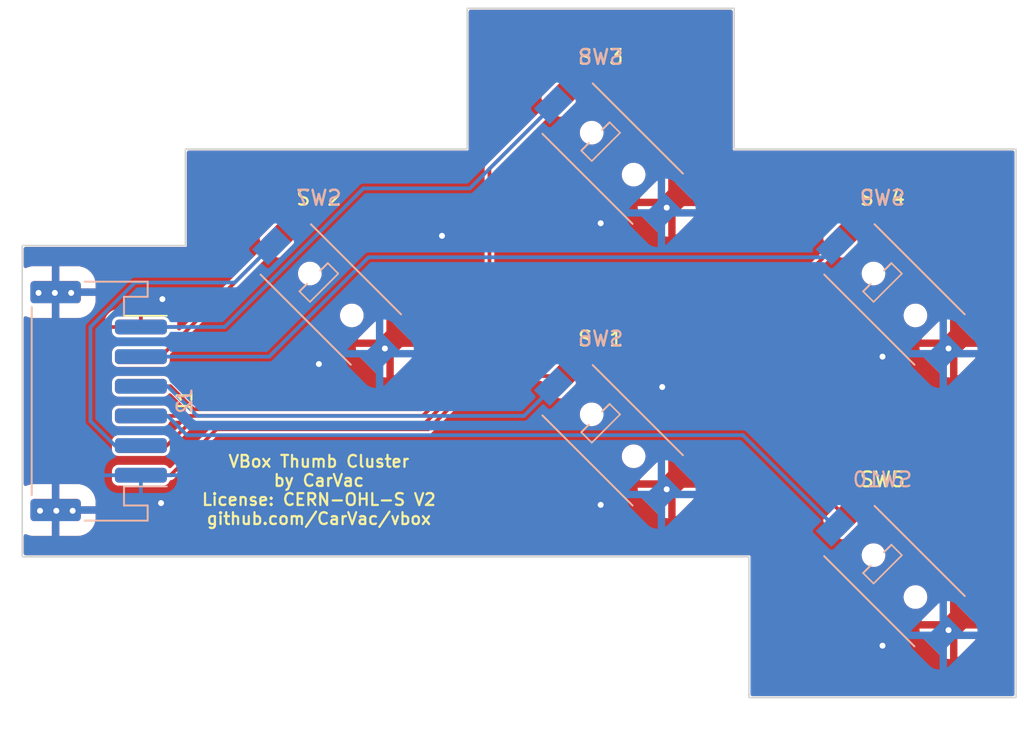
<source format=kicad_pcb>
(kicad_pcb (version 20221018) (generator pcbnew)
  (layers (0 "F.Cu" signal) (31 "B.Cu" signal) (34 "B.Paste" user) (35 "F.Paste" user) (36 "B.SilkS" user "B.Silkscreen") (37 "F.SilkS" user "F.Silkscreen") (38 "B.Mask" user) (39 "F.Mask" user) (44 "Edge.Cuts" user))
  (net 0 "")
  (net 1 "GND")
  (net 2 "M3")
  (net 3 "M4")
  (net 4 "M5")
  (net 5 "M1")
  (net 6 "M2")
  (net 7 "C_UP")
  (net 8 "C_LT")
  (net 9 "A")
  (net 10 "C_DN")
  (net 11 "C_RT")
  (footprint "Buttons:Vbox" (layer "F.Cu") (at 100 100)
    (fp_text reference "SW2" (at 0 -5.71 unlocked) (layer "F.SilkS"))
    (fp_text value "SW_Push_45deg")
    (fp_line (start -1.308148 0.601041) (end -0.8 0.092893) (stroke (width 0.12)) (layer "F.SilkS"))
    (fp_line (start -0.601041 1.308148) (end -1.308148 0.601041) (stroke (width 0.1)) (layer "F.SilkS"))
    (fp_line (start -0.5374 -3.931513) (end 5.543718 2.149605) (stroke (width 0.12)) (layer "F.SilkS"))
    (fp_line (start 0.601041 -1.308148) (end 0.092893 -0.8) (stroke (width 0.12)) (layer "F.SilkS"))
    (fp_line (start 0.601041 -1.308148) (end 1.308148 -0.601041) (stroke (width 0.1)) (layer "F.SilkS"))
    (fp_line (start 1.308148 -0.601041) (end -0.601041 1.308148) (stroke (width 0.1)) (layer "F.SilkS"))
    (fp_line (start 2.149606 5.543717) (end -3.931512 -0.537401) (stroke (width 0.12)) (layer "F.SilkS"))
    (pad "" np_thru_hole circle (at -0.608111 -0.608112 45) (size 1 1) (drill 1.1) (layers "F&B.Cu" "*.Mask"))
    (pad "" np_thru_hole circle (at 2.220317 2.220316 45) (size 1 1) (drill 1.1) (layers "F&B.Cu" "*.Mask"))
    (pad "1" smd rect (at -2.481944 -3.189051 45) (size 2.2 1.5) (layers "F.Cu" "F.Paste" "F.Mask") (net 4 "M5"))
    (pad "2" smd rect (at 4.801256 4.094149 45) (size 2.2 1.5) (layers "F.Cu" "F.Paste" "F.Mask") (net 1 "GND") (thermal_gap 1))
  )
  (footprint "Buttons:Vbox" (layer "F.Cu") (at 138 100)
    (fp_text reference "SW4" (at 0 -5.71 unlocked) (layer "F.SilkS"))
    (fp_text value "SW_Push_45deg")
    (fp_line (start -1.308148 0.601041) (end -0.8 0.092893) (stroke (width 0.12)) (layer "F.SilkS"))
    (fp_line (start -0.601041 1.308148) (end -1.308148 0.601041) (stroke (width 0.1)) (layer "F.SilkS"))
    (fp_line (start -0.5374 -3.931513) (end 5.543718 2.149605) (stroke (width 0.12)) (layer "F.SilkS"))
    (fp_line (start 0.601041 -1.308148) (end 0.092893 -0.8) (stroke (width 0.12)) (layer "F.SilkS"))
    (fp_line (start 0.601041 -1.308148) (end 1.308148 -0.601041) (stroke (width 0.1)) (layer "F.SilkS"))
    (fp_line (start 1.308148 -0.601041) (end -0.601041 1.308148) (stroke (width 0.1)) (layer "F.SilkS"))
    (fp_line (start 2.149606 5.543717) (end -3.931512 -0.537401) (stroke (width 0.12)) (layer "F.SilkS"))
    (pad "" np_thru_hole circle (at -0.608111 -0.608112 45) (size 1 1) (drill 1.1) (layers "F&B.Cu" "*.Mask"))
    (pad "" np_thru_hole circle (at 2.220317 2.220316 45) (size 1 1) (drill 1.1) (layers "F&B.Cu" "*.Mask"))
    (pad "1" smd rect (at -2.481944 -3.189051 45) (size 2.2 1.5) (layers "F.Cu" "F.Paste" "F.Mask") (net 2 "M3"))
    (pad "2" smd rect (at 4.801256 4.094149 45) (size 2.2 1.5) (layers "F.Cu" "F.Paste" "F.Mask") (net 1 "GND") (thermal_gap 1))
  )
  (footprint "Buttons:Vbox" (layer "F.Cu") (at 119 109.5)
    (fp_text reference "SW1" (at 0 -5.71 unlocked) (layer "F.SilkS"))
    (fp_text value "SW_Push_45deg")
    (fp_line (start -1.308148 0.601041) (end -0.8 0.092893) (stroke (width 0.12)) (layer "F.SilkS"))
    (fp_line (start -0.601041 1.308148) (end -1.308148 0.601041) (stroke (width 0.1)) (layer "F.SilkS"))
    (fp_line (start -0.5374 -3.931513) (end 5.543718 2.149605) (stroke (width 0.12)) (layer "F.SilkS"))
    (fp_line (start 0.601041 -1.308148) (end 0.092893 -0.8) (stroke (width 0.12)) (layer "F.SilkS"))
    (fp_line (start 0.601041 -1.308148) (end 1.308148 -0.601041) (stroke (width 0.1)) (layer "F.SilkS"))
    (fp_line (start 1.308148 -0.601041) (end -0.601041 1.308148) (stroke (width 0.1)) (layer "F.SilkS"))
    (fp_line (start 2.149606 5.543717) (end -3.931512 -0.537401) (stroke (width 0.12)) (layer "F.SilkS"))
    (pad "" np_thru_hole circle (at -0.608111 -0.608112 45) (size 1 1) (drill 1.1) (layers "F&B.Cu" "*.Mask"))
    (pad "" np_thru_hole circle (at 2.220317 2.220316 45) (size 1 1) (drill 1.1) (layers "F&B.Cu" "*.Mask"))
    (pad "1" smd rect (at -2.481944 -3.189051 45) (size 2.2 1.5) (layers "F.Cu" "F.Paste" "F.Mask") (net 5 "M1"))
    (pad "2" smd rect (at 4.801256 4.094149 45) (size 2.2 1.5) (layers "F.Cu" "F.Paste" "F.Mask") (net 1 "GND") (thermal_gap 1))
  )
  (footprint "Buttons:Vbox" (layer "F.Cu") (at 119 90.5)
    (fp_text reference "SW3" (at 0 -5.71 unlocked) (layer "F.SilkS"))
    (fp_text value "SW_Push_45deg")
    (fp_line (start -1.308148 0.601041) (end -0.8 0.092893) (stroke (width 0.12)) (layer "F.SilkS"))
    (fp_line (start -0.601041 1.308148) (end -1.308148 0.601041) (stroke (width 0.1)) (layer "F.SilkS"))
    (fp_line (start -0.5374 -3.931513) (end 5.543718 2.149605) (stroke (width 0.12)) (layer "F.SilkS"))
    (fp_line (start 0.601041 -1.308148) (end 0.092893 -0.8) (stroke (width 0.12)) (layer "F.SilkS"))
    (fp_line (start 0.601041 -1.308148) (end 1.308148 -0.601041) (stroke (width 0.1)) (layer "F.SilkS"))
    (fp_line (start 1.308148 -0.601041) (end -0.601041 1.308148) (stroke (width 0.1)) (layer "F.SilkS"))
    (fp_line (start 2.149606 5.543717) (end -3.931512 -0.537401) (stroke (width 0.12)) (layer "F.SilkS"))
    (pad "" np_thru_hole circle (at -0.608111 -0.608112 45) (size 1 1) (drill 1.1) (layers "F&B.Cu" "*.Mask"))
    (pad "" np_thru_hole circle (at 2.220317 2.220316 45) (size 1 1) (drill 1.1) (layers "F&B.Cu" "*.Mask"))
    (pad "1" smd rect (at -2.481944 -3.189051 45) (size 2.2 1.5) (layers "F.Cu" "F.Paste" "F.Mask") (net 3 "M4"))
    (pad "2" smd rect (at 4.801256 4.094149 45) (size 2.2 1.5) (layers "F.Cu" "F.Paste" "F.Mask") (net 1 "GND") (thermal_gap 1))
  )
  (footprint "Buttons:Vbox" (layer "F.Cu") (at 138 119)
    (fp_text reference "SW5" (at 0 -5.71 unlocked) (layer "F.SilkS"))
    (fp_text value "SW_Push_45deg")
    (fp_line (start -1.308148 0.601041) (end -0.8 0.092893) (stroke (width 0.12)) (layer "F.SilkS"))
    (fp_line (start -0.601041 1.308148) (end -1.308148 0.601041) (stroke (width 0.1)) (layer "F.SilkS"))
    (fp_line (start -0.5374 -3.931513) (end 5.543718 2.149605) (stroke (width 0.12)) (layer "F.SilkS"))
    (fp_line (start 0.601041 -1.308148) (end 0.092893 -0.8) (stroke (width 0.12)) (layer "F.SilkS"))
    (fp_line (start 0.601041 -1.308148) (end 1.308148 -0.601041) (stroke (width 0.1)) (layer "F.SilkS"))
    (fp_line (start 1.308148 -0.601041) (end -0.601041 1.308148) (stroke (width 0.1)) (layer "F.SilkS"))
    (fp_line (start 2.149606 5.543717) (end -3.931512 -0.537401) (stroke (width 0.12)) (layer "F.SilkS"))
    (pad "" np_thru_hole circle (at -0.608111 -0.608112 45) (size 1 1) (drill 1.1) (layers "F&B.Cu" "*.Mask"))
    (pad "" np_thru_hole circle (at 2.220317 2.220316 45) (size 1 1) (drill 1.1) (layers "F&B.Cu" "*.Mask"))
    (pad "1" smd rect (at -2.481944 -3.189051 45) (size 2.2 1.5) (layers "F.Cu" "F.Paste" "F.Mask") (net 6 "M2"))
    (pad "2" smd rect (at 4.801256 4.094149 45) (size 2.2 1.5) (layers "F.Cu" "F.Paste" "F.Mask") (net 1 "GND") (thermal_gap 1))
  )
  (footprint "Connector_JST:JST_PH_S6B-PH-SM4-TB_1x06-1MP_P2.00mm_Horizontal" (layer "F.Cu") (at 85.15 108 -90)
    (fp_text reference "J1" (at 0 -5.8 90) (layer "F.SilkS"))
    (fp_text value "Conn_01x06")
    (fp_line (start -8.06 -3.31) (end -7.04 -3.31) (stroke (width 0.12)) (layer "F.SilkS"))
    (fp_line (start -8.06 0.94) (end -8.06 -3.31) (stroke (width 0.12)) (layer "F.SilkS"))
    (fp_line (start -7.04 -3.31) (end -7.04 -1.71) (stroke (width 0.12)) (layer "F.SilkS"))
    (fp_line (start -7.04 -1.71) (end -5.76 -1.71) (stroke (width 0.12)) (layer "F.SilkS"))
    (fp_line (start -6.34 4.51) (end 6.34 4.51) (stroke (width 0.12)) (layer "F.SilkS"))
    (fp_line (start -5.76 -1.71) (end -5.76 -4.6) (stroke (width 0.12)) (layer "F.SilkS"))
    (fp_line (start 7.04 -3.31) (end 7.04 -1.71) (stroke (width 0.12)) (layer "F.SilkS"))
    (fp_line (start 7.04 -1.71) (end 5.76 -1.71) (stroke (width 0.12)) (layer "F.SilkS"))
    (fp_line (start 8.06 -3.31) (end 7.04 -3.31) (stroke (width 0.12)) (layer "F.SilkS"))
    (fp_line (start 8.06 0.94) (end 8.06 -3.31) (stroke (width 0.12)) (layer "F.SilkS"))
    (pad "1" smd roundrect (at -5 -2.85 270) (size 1 3.5) (layers "F.Cu" "F.Paste" "F.Mask") (net 1 "GND") (thermal_bridge_width 0.2) (thermal_gap 0.7))
    (pad "2" smd roundrect (at -3 -2.85 270) (size 1 3.5) (layers "F.Cu" "F.Paste" "F.Mask") (net 4 "M5"))
    (pad "3" smd roundrect (at -1 -2.85 270) (size 1 3.5) (layers "F.Cu" "F.Paste" "F.Mask") (net 3 "M4"))
    (pad "4" smd roundrect (at 1 -2.85 270) (size 1 3.5) (layers "F.Cu" "F.Paste" "F.Mask") (net 2 "M3"))
    (pad "5" smd roundrect (at 3 -2.85 270) (size 1 3.5) (layers "F.Cu" "F.Paste" "F.Mask") (net 6 "M2"))
    (pad "6" smd roundrect (at 5 -2.85 270) (size 1 3.5) (layers "F.Cu" "F.Paste" "F.Mask") (net 5 "M1"))
    (pad "MP" smd roundrect (at -7.35 2.9 270) (size 1.5 3.4) (layers "F.Cu" "F.Paste" "F.Mask") (roundrect_rratio 0.166667) (net 1 "GND") (thermal_gap 1))
    (pad "MP" smd roundrect (at 7.35 2.9 270) (size 1.5 3.4) (layers "F.Cu" "F.Paste" "F.Mask") (roundrect_rratio 0.166667) (net 1 "GND") (thermal_gap 1))
  )
  (footprint "Buttons:Vbox_1" (layer "B.Cu") (at 138 100 180)
    (fp_text reference "SW9" (at 0 5.71 unlocked) (layer "B.SilkS") (effects (justify mirror)))
    (fp_text value "SW_Push_45deg")
    (fp_line (start -5.543717 -2.149606) (end 0.537401 3.931512) (stroke (width 0.12)) (layer "B.SilkS"))
    (fp_line (start -1.308148 0.601041) (end -0.601041 1.308148) (stroke (width 0.1)) (layer "B.SilkS"))
    (fp_line (start -0.601041 1.308148) (end -0.1 0.807107) (stroke (width 0.12)) (layer "B.SilkS"))
    (fp_line (start 0.601041 -1.308148) (end -1.308148 0.601041) (stroke (width 0.1)) (layer "B.SilkS"))
    (fp_line (start 1.308148 -0.601041) (end 0.601041 -1.308148) (stroke (width 0.1)) (layer "B.SilkS"))
    (fp_line (start 1.308148 -0.601041) (end 0.8 -0.092893) (stroke (width 0.12)) (layer "B.SilkS"))
    (fp_line (start 3.931513 0.5374) (end -2.149605 -5.543718) (stroke (width 0.12)) (layer "B.SilkS"))
    (pad "1" smd rect (at 3.189051 2.481944 225) (size 2.2 1.5) (layers "B.Cu" "B.Paste" "B.Mask") (net 8 "C_LT"))
    (pad "2" smd rect (at -4.094149 -4.801256 225) (size 2.2 1.5) (layers "B.Cu" "B.Paste" "B.Mask") (net 1 "GND") (thermal_gap 1))
  )
  (footprint "Buttons:Vbox_1" (layer "B.Cu") (at 100 100 180)
    (fp_text reference "SW7" (at 0 5.71 unlocked) (layer "B.SilkS") (effects (justify mirror)))
    (fp_text value "SW_Push_45deg")
    (fp_line (start -5.543717 -2.149606) (end 0.537401 3.931512) (stroke (width 0.12)) (layer "B.SilkS"))
    (fp_line (start -1.308148 0.601041) (end -0.601041 1.308148) (stroke (width 0.1)) (layer "B.SilkS"))
    (fp_line (start -0.601041 1.308148) (end -0.1 0.807107) (stroke (width 0.12)) (layer "B.SilkS"))
    (fp_line (start 0.601041 -1.308148) (end -1.308148 0.601041) (stroke (width 0.1)) (layer "B.SilkS"))
    (fp_line (start 1.308148 -0.601041) (end 0.601041 -1.308148) (stroke (width 0.1)) (layer "B.SilkS"))
    (fp_line (start 1.308148 -0.601041) (end 0.8 -0.092893) (stroke (width 0.12)) (layer "B.SilkS"))
    (fp_line (start 3.931513 0.5374) (end -2.149605 -5.543718) (stroke (width 0.12)) (layer "B.SilkS"))
    (pad "1" smd rect (at 3.189051 2.481944 225) (size 2.2 1.5) (layers "B.Cu" "B.Paste" "B.Mask") (net 11 "C_RT"))
    (pad "2" smd rect (at -4.094149 -4.801256 225) (size 2.2 1.5) (layers "B.Cu" "B.Paste" "B.Mask") (net 1 "GND") (thermal_gap 1))
  )
  (footprint "Buttons:Vbox_1" (layer "B.Cu") (at 119 109.5 180)
    (fp_text reference "SW6" (at 0 5.71 unlocked) (layer "B.SilkS") (effects (justify mirror)))
    (fp_text value "SW_Push_45deg")
    (fp_line (start -5.543717 -2.149606) (end 0.537401 3.931512) (stroke (width 0.12)) (layer "B.SilkS"))
    (fp_line (start -1.308148 0.601041) (end -0.601041 1.308148) (stroke (width 0.1)) (layer "B.SilkS"))
    (fp_line (start -0.601041 1.308148) (end -0.1 0.807107) (stroke (width 0.12)) (layer "B.SilkS"))
    (fp_line (start 0.601041 -1.308148) (end -1.308148 0.601041) (stroke (width 0.1)) (layer "B.SilkS"))
    (fp_line (start 1.308148 -0.601041) (end 0.601041 -1.308148) (stroke (width 0.1)) (layer "B.SilkS"))
    (fp_line (start 1.308148 -0.601041) (end 0.8 -0.092893) (stroke (width 0.12)) (layer "B.SilkS"))
    (fp_line (start 3.931513 0.5374) (end -2.149605 -5.543718) (stroke (width 0.12)) (layer "B.SilkS"))
    (pad "1" smd rect (at 3.189051 2.481944 225) (size 2.2 1.5) (layers "B.Cu" "B.Paste" "B.Mask") (net 9 "A"))
    (pad "2" smd rect (at -4.094149 -4.801256 225) (size 2.2 1.5) (layers "B.Cu" "B.Paste" "B.Mask") (net 1 "GND") (thermal_gap 1))
  )
  (footprint "Connector_JST:JST_PH_S6B-PH-SM4-TB_1x06-1MP_P2.00mm_Horizontal" (layer "B.Cu") (at 85.15 108 90)
    (fp_text reference "J2" (at 0 5.8 90) (layer "B.SilkS") (effects (justify mirror)))
    (fp_text value "Conn_01x06")
    (fp_line (start -8.06 -0.94) (end -8.06 3.31) (stroke (width 0.12)) (layer "B.SilkS"))
    (fp_line (start -8.06 3.31) (end -7.04 3.31) (stroke (width 0.12)) (layer "B.SilkS"))
    (fp_line (start -7.04 1.71) (end -5.76 1.71) (stroke (width 0.12)) (layer "B.SilkS"))
    (fp_line (start -7.04 3.31) (end -7.04 1.71) (stroke (width 0.12)) (layer "B.SilkS"))
    (fp_line (start -6.34 -4.51) (end 6.34 -4.51) (stroke (width 0.12)) (layer "B.SilkS"))
    (fp_line (start -5.76 1.71) (end -5.76 4.6) (stroke (width 0.12)) (layer "B.SilkS"))
    (fp_line (start 7.04 1.71) (end 5.76 1.71) (stroke (width 0.12)) (layer "B.SilkS"))
    (fp_line (start 7.04 3.31) (end 7.04 1.71) (stroke (width 0.12)) (layer "B.SilkS"))
    (fp_line (start 8.06 -0.94) (end 8.06 3.31) (stroke (width 0.12)) (layer "B.SilkS"))
    (fp_line (start 8.06 3.31) (end 7.04 3.31) (stroke (width 0.12)) (layer "B.SilkS"))
    (pad "1" smd roundrect (at -5 2.85 90) (size 1 3.5) (layers "B.Cu" "B.Paste" "B.Mask") (net 1 "GND") (thermal_bridge_width 0.2) (thermal_gap 0.7))
    (pad "2" smd roundrect (at -3 2.85 90) (size 1 3.5) (layers "B.Cu" "B.Paste" "B.Mask") (net 11 "C_RT"))
    (pad "3" smd roundrect (at -1 2.85 90) (size 1 3.5) (layers "B.Cu" "B.Paste" "B.Mask") (net 10 "C_DN"))
    (pad "4" smd roundrect (at 1 2.85 90) (size 1 3.5) (layers "B.Cu" "B.Paste" "B.Mask") (net 9 "A"))
    (pad "5" smd roundrect (at 3 2.85 90) (size 1 3.5) (layers "B.Cu" "B.Paste" "B.Mask") (net 8 "C_LT"))
    (pad "6" smd roundrect (at 5 2.85 90) (size 1 3.5) (layers "B.Cu" "B.Paste" "B.Mask") (net 7 "C_UP") (thermal_bridge_width 0.2) (thermal_gap 0.7))
    (pad "MP" smd roundrect (at -7.35 -2.9 90) (size 1.5 3.4) (layers "B.Cu" "B.Paste" "B.Mask") (roundrect_rratio 0.166667) (net 1 "GND") (thermal_gap 1))
    (pad "MP" smd roundrect (at 7.35 -2.9 90) (size 1.5 3.4) (layers "B.Cu" "B.Paste" "B.Mask") (roundrect_rratio 0.166667) (net 1 "GND") (thermal_gap 1))
  )
  (footprint "Buttons:Vbox_1" (layer "B.Cu") (at 138 119 180)
    (fp_text reference "SW10" (at 0 5.71 unlocked) (layer "B.SilkS") (effects (justify mirror)))
    (fp_text value "SW_Push_45deg")
    (fp_line (start -5.543717 -2.149606) (end 0.537401 3.931512) (stroke (width 0.12)) (layer "B.SilkS"))
    (fp_line (start -1.308148 0.601041) (end -0.601041 1.308148) (stroke (width 0.1)) (layer "B.SilkS"))
    (fp_line (start -0.601041 1.308148) (end -0.1 0.807107) (stroke (width 0.12)) (layer "B.SilkS"))
    (fp_line (start 0.601041 -1.308148) (end -1.308148 0.601041) (stroke (width 0.1)) (layer "B.SilkS"))
    (fp_line (start 1.308148 -0.601041) (end 0.601041 -1.308148) (stroke (width 0.1)) (layer "B.SilkS"))
    (fp_line (start 1.308148 -0.601041) (end 0.8 -0.092893) (stroke (width 0.12)) (layer "B.SilkS"))
    (fp_line (start 3.931513 0.5374) (end -2.149605 -5.543718) (stroke (width 0.12)) (layer "B.SilkS"))
    (pad "1" smd rect (at 3.189051 2.481944 225) (size 2.2 1.5) (layers "B.Cu" "B.Paste" "B.Mask") (net 10 "C_DN"))
    (pad "2" smd rect (at -4.094149 -4.801256 225) (size 2.2 1.5) (layers "B.Cu" "B.Paste" "B.Mask") (net 1 "GND") (thermal_gap 1))
  )
  (footprint "Buttons:Vbox_1" (layer "B.Cu") (at 119 90.5 180)
    (fp_text reference "SW8" (at 0 5.71 unlocked) (layer "B.SilkS") (effects (justify mirror)))
    (fp_text value "SW_Push_45deg")
    (fp_line (start -5.543717 -2.149606) (end 0.537401 3.931512) (stroke (width 0.12)) (layer "B.SilkS"))
    (fp_line (start -1.308148 0.601041) (end -0.601041 1.308148) (stroke (width 0.1)) (layer "B.SilkS"))
    (fp_line (start -0.601041 1.308148) (end -0.1 0.807107) (stroke (width 0.12)) (layer "B.SilkS"))
    (fp_line (start 0.601041 -1.308148) (end -1.308148 0.601041) (stroke (width 0.1)) (layer "B.SilkS"))
    (fp_line (start 1.308148 -0.601041) (end 0.601041 -1.308148) (stroke (width 0.1)) (layer "B.SilkS"))
    (fp_line (start 1.308148 -0.601041) (end 0.8 -0.092893) (stroke (width 0.12)) (layer "B.SilkS"))
    (fp_line (start 3.931513 0.5374) (end -2.149605 -5.543718) (stroke (width 0.12)) (layer "B.SilkS"))
    (pad "1" smd rect (at 3.189051 2.481944 225) (size 2.2 1.5) (layers "B.Cu" "B.Paste" "B.Mask") (net 7 "C_UP"))
    (pad "2" smd rect (at -4.094149 -4.801256 225) (size 2.2 1.5) (layers "B.Cu" "B.Paste" "B.Mask") (net 1 "GND") (thermal_gap 1))
  )
  (gr_poly (pts (xy 80 118.5) (xy 110 118.5) (xy 129 118.5) (xy 129 128) (xy 147 128) (xy 147 91) (xy 128 91) (xy 128 81.5) (xy 110 81.5) (xy 110 91) (xy 91 91) (xy 91 97.5) (xy 80 97.5)) (stroke (width 0.1)) (fill none) (layer "Edge.Cuts"))
  (gr_text_box "VBox Thumb Cluster\nby CarVac\nLicense: CERN-OHL-S V2\ngithub.com/CarVac/vbox" (start 90.5 111) (end 109.5 117.5) (layer "F.SilkS") (effects (font (size 0.8 0.8)) (justify top)))
  (via (at 82.2 100.7) (size 0.8) (drill 0.4) (layers "F.Cu" "B.Cu") (net 1))
  (via (at 108.3 96.85) (size 0.8) (drill 0.4) (layers "F.Cu" "B.Cu") (net 1))
  (via (at 104.45 104.45) (size 0.8) (drill 0.4) (layers "F.Cu" "B.Cu") (net 1))
  (via (at 81.1 100.7) (size 0.8) (drill 0.4) (layers "F.Cu" "B.Cu") (net 1))
  (via (at 81.2 115.4) (size 0.8) (drill 0.4) (layers "F.Cu" "B.Cu") (net 1))
  (via (at 100 105.5) (size 0.8) (drill 0.4) (layers "F.Cu" "B.Cu") (net 1))
  (via (at 89.45 101.12) (size 0.8) (drill 0.4) (layers "F.Cu" "B.Cu") (net 1))
  (via (at 142.45 123.45) (size 0.8) (drill 0.4) (layers "F.Cu" "B.Cu") (net 1))
  (via (at 142.45 104.45) (size 0.8) (drill 0.4) (layers "F.Cu" "B.Cu") (net 1))
  (via (at 138 105) (size 0.8) (drill 0.4) (layers "F.Cu" "B.Cu") (net 1))
  (via (at 83.4 115.4) (size 0.8) (drill 0.4) (layers "F.Cu" "B.Cu") (net 1))
  (via (at 119 96) (size 0.8) (drill 0.4) (layers "F.Cu" "B.Cu") (net 1))
  (via (at 138 124.5) (size 0.8) (drill 0.4) (layers "F.Cu" "B.Cu") (net 1))
  (via (at 89.36 114.88) (size 0.8) (drill 0.4) (layers "F.Cu" "B.Cu") (net 1))
  (via (at 123.45 113.95) (size 0.8) (drill 0.4) (layers "F.Cu" "B.Cu") (net 1))
  (via (at 123.15 107.05) (size 0.8) (drill 0.4) (layers "F.Cu" "B.Cu") (net 1))
  (via (at 83.3 100.7) (size 0.8) (drill 0.4) (layers "F.Cu" "B.Cu") (net 1))
  (via (at 82.3 115.4) (size 0.8) (drill 0.4) (layers "F.Cu" "B.Cu") (net 1))
  (via (at 119 115) (size 0.8) (drill 0.4) (layers "F.Cu" "B.Cu") (net 1))
  (via (at 123.45 94.95) (size 0.8) (drill 0.4) (layers "F.Cu" "B.Cu") (net 1))
  (segment (start 107 109) (end 113.5 102.5) (width 0.25) (layer "F.Cu") (net 2))
  (segment (start 113.5 102.5) (end 129.829005 102.5) (width 0.25) (layer "F.Cu") (net 2))
  (segment (start 88 109) (end 107 109) (width 0.25) (layer "F.Cu") (net 2))
  (segment (start 129.829005 102.5) (end 135.518056 96.810949) (width 0.25) (layer "F.Cu") (net 2))
  (segment (start 111.5 103.863604) (end 111.5 92.329005) (width 0.25) (layer "F.Cu") (net 3))
  (segment (start 111.5 92.329005) (end 116.518056 87.310949) (width 0.25) (layer "F.Cu") (net 3))
  (segment (start 88 107) (end 90 107) (width 0.25) (layer "F.Cu") (net 3))
  (segment (start 90 107) (end 91.55 108.55) (width 0.25) (layer "F.Cu") (net 3))
  (segment (start 91.55 108.55) (end 106.813604 108.55) (width 0.25) (layer "F.Cu") (net 3))
  (segment (start 106.813604 108.55) (end 111.5 103.863604) (width 0.25) (layer "F.Cu") (net 3))
  (segment (start 89.329005 105) (end 97.518056 96.810949) (width 0.25) (layer "F.Cu") (net 4))
  (segment (start 88 105) (end 89.329005 105) (width 0.25) (layer "F.Cu") (net 4))
  (segment (start 93.1 109.9) (end 107.372792 109.9) (width 0.25) (layer "F.Cu") (net 5))
  (segment (start 110.961843 106.310949) (end 116.518056 106.310949) (width 0.25) (layer "F.Cu") (net 5))
  (segment (start 107.372792 109.9) (end 110.961843 106.310949) (width 0.25) (layer "F.Cu") (net 5))
  (segment (start 90 113) (end 93.1 109.9) (width 0.25) (layer "F.Cu") (net 5))
  (segment (start 88 113) (end 90 113) (width 0.25) (layer "F.Cu") (net 5))
  (segment (start 89.75 111) (end 91.3 109.45) (width 0.25) (layer "F.Cu") (net 6))
  (segment (start 88 111) (end 89.75 111) (width 0.25) (layer "F.Cu") (net 6))
  (segment (start 91.3 109.45) (end 107.186396 109.45) (width 0.25) (layer "F.Cu") (net 6))
  (segment (start 122.657107 102.95) (end 135.518056 115.810949) (width 0.25) (layer "F.Cu") (net 6))
  (segment (start 107.186396 109.45) (end 113.686396 102.95) (width 0.25) (layer "F.Cu") (net 6))
  (segment (start 113.686396 102.95) (end 122.657107 102.95) (width 0.25) (layer "F.Cu") (net 6))
  (segment (start 93.65 103) (end 103 93.65) (width 0.25) (layer "B.Cu") (net 7))
  (segment (start 103 93.65) (end 110.179005 93.65) (width 0.25) (layer "B.Cu") (net 7))
  (segment (start 88 103) (end 93.65 103) (width 0.25) (layer "B.Cu") (net 7))
  (segment (start 110.179005 93.65) (end 115.810949 88.018056) (width 0.25) (layer "B.Cu") (net 7))
  (segment (start 103.354126 98.295874) (end 134.033131 98.295874) (width 0.25) (layer "B.Cu") (net 8))
  (segment (start 96.65 105) (end 103.354126 98.295874) (width 0.25) (layer "B.Cu") (net 8))
  (segment (start 88 105) (end 96.65 105) (width 0.25) (layer "B.Cu") (net 8))
  (segment (start 134.033131 98.295874) (end 134.810949 97.518056) (width 0.25) (layer "B.Cu") (net 8))
  (segment (start 91.8 109) (end 113.829005 109) (width 0.25) (layer "B.Cu") (net 9))
  (segment (start 113.829005 109) (end 115.810949 107.018056) (width 0.25) (layer "B.Cu") (net 9))
  (segment (start 88 107) (end 89.8 107) (width 0.25) (layer "B.Cu") (net 9))
  (segment (start 89.8 107) (end 91.8 109) (width 0.25) (layer "B.Cu") (net 9))
  (segment (start 89.8 109) (end 91.1 110.3) (width 0.25) (layer "B.Cu") (net 10))
  (segment (start 88 109) (end 89.8 109) (width 0.25) (layer "B.Cu") (net 10))
  (segment (start 91.1 110.3) (end 128.592893 110.3) (width 0.25) (layer "B.Cu") (net 10))
  (segment (start 128.592893 110.3) (end 134.810949 116.518056) (width 0.25) (layer "B.Cu") (net 10))
  (segment (start 86.25 111) (end 84.6 109.35) (width 0.25) (layer "B.Cu") (net 11))
  (segment (start 88 111) (end 86.25 111) (width 0.25) (layer "B.Cu") (net 11))
  (segment (start 84.6 109.35) (end 84.6 103) (width 0.25) (layer "B.Cu") (net 11))
  (segment (start 87.6 100) (end 94.329005 100) (width 0.25) (layer "B.Cu") (net 11))
  (segment (start 84.6 103) (end 87.6 100) (width 0.25) (layer "B.Cu") (net 11))
  (segment (start 94.329005 100) (end 96.810949 97.518056) (width 0.25) (layer "B.Cu") (net 11))
  (zone (net 1) (net_name "GND") (layer "F.Cu") (connect_pads (clearance 0.15)) (min_thickness 0.25) (fill yes (thermal_gap 0.5) (thermal_bridge_width 0.5))
    (polygon (pts (xy 80 118.5) (xy 110 118.5) (xy 129 118.5) (xy 129 128) (xy 147 128) (xy 147 91) (xy 128 91) (xy 128 81.5) (xy 110 81.5) (xy 110 91) (xy 91 91) (xy 91 97.5) (xy 80 97.5)))
  )
  (zone (net 1) (net_name "GND") (layer "B.Cu") (priority 1) (connect_pads (clearance 0.15)) (min_thickness 0.25) (fill yes (thermal_gap 0.5) (thermal_bridge_width 0.5))
    (polygon (pts (xy 80 118.5) (xy 110 118.5) (xy 129 118.5) (xy 129 128) (xy 147 128) (xy 147 91) (xy 128 91) (xy 128 81.5) (xy 110 81.5) (xy 110 91) (xy 91 91) (xy 91 97.5) (xy 80 97.5)))
  )
)
</source>
